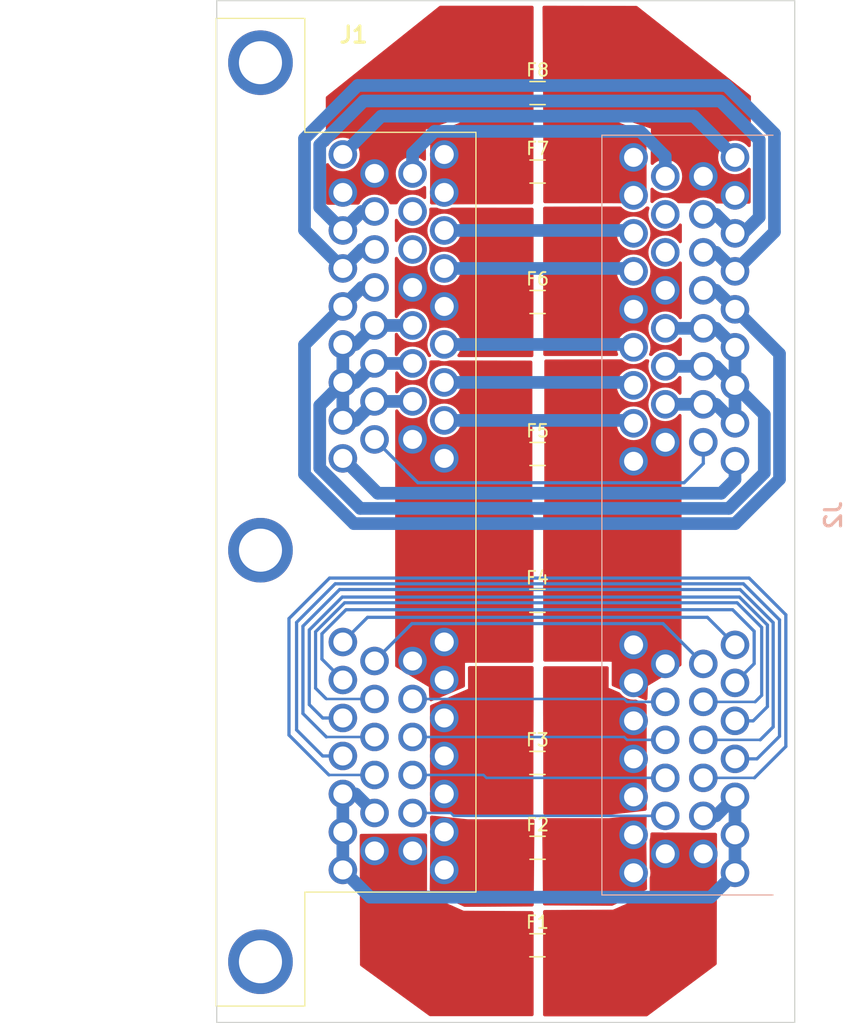
<source format=kicad_pcb>
(kicad_pcb (version 20211014) (generator pcbnew)
  (layers (0 "F.Cu" signal) (31 "B.Cu" signal) (34 "B.Paste" user) (35 "F.Paste" user) (36 "B.SilkS" user "B.Silkscreen") (37 "F.SilkS" user "F.Silkscreen") (38 "B.Mask" user) (39 "F.Mask" user) (44 "Edge.Cuts" user))
  (net 0 "")
  (net 1 "HP_MOS7")
  (net 2 "LP_MOS7")
  (net 4 "LP_MOS6")
  (net 6 "LP_MOS5")
  (net 7 "HP_MOS6")
  (net 8 "GND")
  (net 9 "LP_MOS4")
  (net 10 "LP_MOS3")
  (net 11 "LP_MOS2")
  (net 12 "HP_MOS5")
  (net 13 "LP_MOS8")
  (net 14 "HP_MOS8")
  (net 15 "+12VA")
  (net 16 "+3.3VP")
  (net 17 "+5VL")
  (net 18 "SAFETY_IN")
  (net 19 "LP_MOS1")
  (net 20 "HP_MOS4")
  (net 21 "CAN1_L")
  (net 22 "HP_MOS3")
  (net 23 "CAN1_H")
  (net 24 "CAN2_L")
  (net 25 "CAN2_H")
  (net 26 "HP_MOS2")
  (net 27 "HP_MOS1")
  (net 28 "ADC_IN1")
  (net 29 "ADC_IN2")
  (net 30 "ADC_IN3")
  (net 31 "ADC_IN4")
  (net 32 "CONN_AD_IN5")
  (net 33 "CONN_AD_IN6")
  (net 34 "CONN_AD_IN7")
  (net 35 "CONN_AD_IN8")
  (net 41 "HP_MOS1_B")
  (net 42 "HP_MOS2_B")
  (net 43 "HP_MOS3_B")
  (net 44 "HP_MOS4_B")
  (net 45 "HP_MOS5_B")
  (net 46 "HP_MOS6_B")
  (net 47 "HP_MOS7_B")
  (net 48 "HP_MOS8_B")
  (footprint "Fuse:Fuse_1206_3216Metric_Pad1.42x1.75mm_HandSolder" (layer "F.Cu") (at 176 147.5)
    (fp_text reference "F1" (at 0 -1.82) (layer "F.SilkS"))
    (fp_text value "Fuse_Small")
    (fp_line (start -0.602064 -0.91) (end 0.602064 -0.91) (layer "F.SilkS") (width 0.12))
    (fp_line (start -0.602064 0.91) (end 0.602064 0.91) (layer "F.SilkS") (width 0.12))
    (pad "1" smd roundrect (at -1.4875 0) (size 1.425 1.75) (layers "F.Cu" "F.Paste" "F.Mask") (roundrect_rratio 0.1754392982) (net 27 "HP_MOS1"))
    (pad "2" smd roundrect (at 1.4875 0) (size 1.425 1.75) (layers "F.Cu" "F.Paste" "F.Mask") (roundrect_rratio 0.1754392982) (net 41 "HP_MOS1_B"))
  )
  (footprint "Fuse:Fuse_1206_3216Metric_Pad1.42x1.75mm_HandSolder" (layer "F.Cu") (at 176.0125 96.7)
    (fp_text reference "F6" (at 0 -1.82) (layer "F.SilkS"))
    (fp_text value "Fuse_Small")
    (fp_line (start -0.602064 -0.91) (end 0.602064 -0.91) (layer "F.SilkS") (width 0.12))
    (fp_line (start -0.602064 0.91) (end 0.602064 0.91) (layer "F.SilkS") (width 0.12))
    (pad "1" smd roundrect (at -1.4875 0) (size 1.425 1.75) (layers "F.Cu" "F.Paste" "F.Mask") (roundrect_rratio 0.1754392982) (net 7 "HP_MOS6"))
    (pad "2" smd roundrect (at 1.4875 0) (size 1.425 1.75) (layers "F.Cu" "F.Paste" "F.Mask") (roundrect_rratio 0.1754392982) (net 46 "HP_MOS6_B"))
  )
  (footprint "PDM_Additional:64734271" (layer "F.Cu") (at 168.65 85.05 -90)
    (fp_text reference "J1" (at -9.45 7.15 180) (layer "F.SilkS") (effects (font (size 1.27 1.27) (thickness 0.254))))
    (fp_text value "6473427-1" hide)
    (fp_line (start -10.75 11) (end -1.75 11) (layer "F.SilkS") (width 0.1))
    (fp_line (start -10.75 18) (end -10.75 11) (layer "F.SilkS") (width 0.1))
    (fp_line (start 67.25 18) (end -10.75 18) (layer "F.SilkS") (width 0.1))
    (fp_line (start 67.25 11) (end 67.25 18) (layer "F.SilkS") (width 0.1))
    (fp_line (start -1.75 11) (end -1.75 -2.5) (layer "F.SilkS") (width 0.1))
    (fp_line (start -1.75 -2.5) (end 58.25 -2.5) (layer "F.SilkS") (width 0.1))
    (fp_line (start 58.25 -2.5) (end 58.25 11) (layer "F.SilkS") (width 0.1))
    (fp_line (start 58.25 11) (end 67.25 11) (layer "F.SilkS") (width 0.1))
    (pad "1" thru_hole circle (at 0 0 270) (size 2.25 2.25) (drill 1.5) (layers *.Cu *.Mask) (net 1 "HP_MOS7"))
    (pad "2" thru_hole circle (at 1.5 2.5 270) (size 2.25 2.25) (drill 1.5) (layers *.Cu *.Mask) (net 2 "LP_MOS7"))
    (pad "3" thru_hole circle (at 3 0 270) (size 2.25 2.25) (drill 1.5) (layers *.Cu *.Mask) (net 1 "HP_MOS7"))
    (pad "4" thru_hole circle (at 4.5 2.5 270) (size 2.25 2.25) (drill 1.5) (layers *.Cu *.Mask))
    (pad "5" thru_hole circle (at 6 0 270) (size 2.25 2.25) (drill 1.5) (layers *.Cu *.Mask) (net 4 "LP_MOS6"))
    (pad "6" thru_hole circle (at 7.5 2.5 270) (size 2.25 2.25) (drill 1.5) (layers *.Cu *.Mask))
    (pad "7" thru_hole circle (at 9 0 270) (size 2.25 2.25) (drill 1.5) (layers *.Cu *.Mask) (net 6 "LP_MOS5"))
    (pad "8" thru_hole circle (at 10.5 2.5 270) (size 2.25 2.25) (drill 1.5) (layers *.Cu *.Mask) (net 7 "HP_MOS6"))
    (pad "9" thru_hole circle (at 12 0 270) (size 2.25 2.25) (drill 1.5) (layers *.Cu *.Mask) (net 7 "HP_MOS6"))
    (pad "10" thru_hole circle (at 13.5 2.5 270) (size 2.25 2.25) (drill 1.5) (layers *.Cu *.Mask) (net 8 "GND"))
    (pad "11" thru_hole circle (at 15 0 270) (size 2.25 2.25) (drill 1.5) (layers *.Cu *.Mask) (net 9 "LP_MOS4"))
    (pad "12" thru_hole circle (at 16.5 2.5 270) (size 2.25 2.25) (drill 1.5) (layers *.Cu *.Mask) (net 8 "GND"))
    (pad "13" thru_hole circle (at 18 0 270) (size 2.25 2.25) (drill 1.5) (layers *.Cu *.Mask) (net 10 "LP_MOS3"))
    (pad "14" thru_hole circle (at 19.5 2.5 270) (size 2.25 2.25) (drill 1.5) (layers *.Cu *.Mask) (net 8 "GND"))
    (pad "15" thru_hole circle (at 21 0 270) (size 2.25 2.25) (drill 1.5) (layers *.Cu *.Mask) (net 11 "LP_MOS2"))
    (pad "16" thru_hole circle (at 22.5 2.5 270) (size 2.25 2.25) (drill 1.5) (layers *.Cu *.Mask) (net 12 "HP_MOS5"))
    (pad "17" thru_hole circle (at 24 0 270) (size 2.25 2.25) (drill 1.5) (layers *.Cu *.Mask) (net 12 "HP_MOS5"))
    (pad "18" thru_hole circle (at 0 8 270) (size 2.25 2.25) (drill 1.5) (layers *.Cu *.Mask) (net 13 "LP_MOS8"))
    (pad "19" thru_hole circle (at 1.5 5.5 270) (size 2.25 2.25) (drill 1.5) (layers *.Cu *.Mask) (net 14 "HP_MOS8"))
    (pad "20" thru_hole circle (at 3 8 270) (size 2.25 2.25) (drill 1.5) (layers *.Cu *.Mask) (net 14 "HP_MOS8"))
    (pad "21" thru_hole circle (at 4.5 5.5 270) (size 2.25 2.25) (drill 1.5) (layers *.Cu *.Mask) (net 15 "+12VA"))
    (pad "22" thru_hole circle (at 6 8 270) (size 2.25 2.25) (drill 1.5) (layers *.Cu *.Mask) (net 15 "+12VA"))
    (pad "23" thru_hole circle (at 7.5 5.5 270) (size 2.25 2.25) (drill 1.5) (layers *.Cu *.Mask) (net 16 "+3.3VP"))
    (pad "24" thru_hole circle (at 9 8 270) (size 2.25 2.25) (drill 1.5) (layers *.Cu *.Mask) (net 16 "+3.3VP"))
    (pad "25" thru_hole circle (at 10.5 5.5 270) (size 2.25 2.25) (drill 1.5) (layers *.Cu *.Mask) (net 17 "+5VL"))
    (pad "26" thru_hole circle (at 12 8 270) (size 2.25 2.25) (drill 1.5) (layers *.Cu *.Mask) (net 17 "+5VL"))
    (pad "27" thru_hole circle (at 13.5 5.5 270) (size 2.25 2.25) (drill 1.5) (layers *.Cu *.Mask) (net 8 "GND"))
    (pad "28" thru_hole circle (at 15 8 270) (size 2.25 2.25) (drill 1.5) (layers *.Cu *.Mask) (net 8 "GND"))
    (pad "29" thru_hole circle (at 16.5 5.5 270) (size 2.25 2.25) (drill 1.5) (layers *.Cu *.Mask) (net 8 "GND"))
    (pad "30" thru_hole circle (at 18 8 270) (size 2.25 2.25) (drill 1.5) (layers *.Cu *.Mask) (net 8 "GND"))
    (pad "31" thru_hole circle (at 19.5 5.5 270) (size 2.25 2.25) (drill 1.5) (layers *.Cu *.Mask) (net 8 "GND"))
    (pad "32" thru_hole circle (at 21 8 270) (size 2.25 2.25) (drill 1.5) (layers *.Cu *.Mask) (net 8 "GND"))
    (pad "33" thru_hole circle (at 22.5 5.5 270) (size 2.25 2.25) (drill 1.5) (layers *.Cu *.Mask) (net 18 "SAFETY_IN"))
    (pad "34" thru_hole circle (at 24 8 270) (size 2.25 2.25) (drill 1.5) (layers *.Cu *.Mask) (net 19 "LP_MOS1"))
    (pad "35" thru_hole circle (at 38.5 0 270) (size 2.25 2.25) (drill 1.5) (layers *.Cu *.Mask) (net 20 "HP_MOS4"))
    (pad "36" thru_hole circle (at 40 2.5 270) (size 2.25 2.25) (drill 1.5) (layers *.Cu *.Mask) (net 20 "HP_MOS4"))
    (pad "37" thru_hole circle (at 41.5 0 270) (size 2.25 2.25) (drill 1.5) (layers *.Cu *.Mask) (net 20 "HP_MOS4"))
    (pad "38" thru_hole circle (at 43 2.5 270) (size 2.25 2.25) (drill 1.5) (layers *.Cu *.Mask) (net 21 "CAN1_L"))
    (pad "39" thru_hole circle (at 44.5 0 270) (size 2.25 2.25) (drill 1.5) (layers *.Cu *.Mask) (net 22 "HP_MOS3"))
    (pad "40" thru_hole circle (at 46 2.5 270) (size 2.25 2.25) (drill 1.5) (layers *.Cu *.Mask) (net 23 "CAN1_H"))
    (pad "41" thru_hole circle (at 47.5 0 270) (size 2.25 2.25) (drill 1.5) (layers *.Cu *.Mask) (net 22 "HP_MOS3"))
    (pad "42" thru_hole circle (at 49 2.5 270) (size 2.25 2.25) (drill 1.5) (layers *.Cu *.Mask) (net 24 "CAN2_L"))
    (pad "43" thru_hole circle (at 50.5 0 270) (size 2.25 2.25) (drill 1.5) (layers *.Cu *.Mask) (net 22 "HP_MOS3"))
    (pad "44" thru_hole circle (at 52 2.5 270) (size 2.25 2.25) (drill 1.5) (layers *.Cu *.Mask) (net 25 "CAN2_H"))
    (pad "45" thru_hole circle (at 53.5 0 270) (size 2.25 2.25) (drill 1.5) (layers *.Cu *.Mask) (net 26 "HP_MOS2"))
    (pad "46" thru_hole circle (at 55 2.5 270) (size 2.25 2.25) (drill 1.5) (layers *.Cu *.Mask) (net 27 "HP_MOS1"))
    (pad "47" thru_hole circle (at 56.5 0 270) (size 2.25 2.25) (drill 1.5) (layers *.Cu *.Mask) (net 26 "HP_MOS2"))
    (pad "48" thru_hole circle (at 38.5 8 270) (size 2.25 2.25) (drill 1.5) (layers *.Cu *.Mask) (net 28 "ADC_IN1"))
    (pad "49" thru_hole circle (at 40 5.5 270) (size 2.25 2.25) (drill 1.5) (layers *.Cu *.Mask) (net 29 "ADC_IN2"))
    (pad "50" thru_hole circle (at 41.5 8 270) (size 2.25 2.25) (drill 1.5) (layers *.Cu *.Mask) (net 30 "ADC_IN3"))
    (pad "51" thru_hole circle (at 43 5.5 270) (size 2.25 2.25) (drill 1.5) (layers *.Cu *.Mask) (net 31 "ADC_IN4"))
    (pad "52" thru_hole circle (at 44.5 8 270) (size 2.25 2.25) (drill 1.5) (layers *.Cu *.Mask) (net 32 "CONN_AD_IN5"))
    (pad "53" thru_hole circle (at 46 5.5 270) (size 2.25 2.25) (drill 1.5) (layers *.Cu *.Mask) (net 33 "CONN_AD_IN6"))
    (pad "54" thru_hole circle (at 47.5 8 270) (size 2.25 2.25) (drill 1.5) (layers *.Cu *.Mask) (net 34 "CONN_AD_IN7"))
    (pad "55" thru_hole circle (at 49 5.5 270) (size 2.25 2.25) (drill 1.5) (layers *.Cu *.Mask) (net 35 "CONN_AD_IN8"))
    (pad "56" thru_hole circle (at 50.5 8 270) (size 2.25 2.25) (drill 1.5) (layers *.Cu *.Mask) (net 8 "GND"))
    (pad "57" thru_hole circle (at 52 5.5 270) (size 2.25 2.25) (drill 1.5) (layers *.Cu *.Mask) (net 8 "GND"))
    (pad "58" thru_hole circle (at 53.5 8 270) (size 2.25 2.25) (drill 1.5) (layers *.Cu *.Mask) (net 8 "GND"))
    (pad "59" thru_hole circle (at 55 5.5 270) (size 2.25 2.25) (drill 1.5) (layers *.Cu *.Mask) (net 27 "HP_MOS1"))
    (pad "60" thru_hole circle (at 56.5 8 270) (size 2.25 2.25) (drill 1.5) (layers *.Cu *.Mask) (net 8 "GND"))
    (pad "MH1" thru_hole circle (at -7.25 14.5 270) (size 5.1 5.1) (drill 3.4) (layers *.Cu *.Mask))
    (pad "MH2" thru_hole circle (at 31.25 14.5 270) (size 5.1 5.1) (drill 3.4) (layers *.Cu *.Mask))
    (pad "MH3" thru_hole circle (at 63.75 14.5 270) (size 5.1 5.1) (drill 3.4) (layers *.Cu *.Mask))
  )
  (footprint "Fuse:Fuse_1206_3216Metric_Pad1.42x1.75mm_HandSolder" (layer "F.Cu") (at 176.0125 80.2)
    (fp_text reference "F8" (at 0 -1.82) (layer "F.SilkS"))
    (fp_text value "Fuse_Small")
    (fp_line (start -0.602064 -0.91) (end 0.602064 -0.91) (layer "F.SilkS") (width 0.12))
    (fp_line (start -0.602064 0.91) (end 0.602064 0.91) (layer "F.SilkS") (width 0.12))
    (pad "1" smd roundrect (at -1.4875 0) (size 1.425 1.75) (layers "F.Cu" "F.Paste" "F.Mask") (roundrect_rratio 0.1754392982) (net 14 "HP_MOS8"))
    (pad "2" smd roundrect (at 1.4875 0) (size 1.425 1.75) (layers "F.Cu" "F.Paste" "F.Mask") (roundrect_rratio 0.1754392982) (net 48 "HP_MOS8_B"))
  )
  (footprint "Fuse:Fuse_1206_3216Metric_Pad1.42x1.75mm_HandSolder" (layer "F.Cu") (at 176.0125 139.8)
    (fp_text reference "F2" (at 0 -1.82) (layer "F.SilkS"))
    (fp_text value "Fuse_Small")
    (fp_line (start -0.602064 -0.91) (end 0.602064 -0.91) (layer "F.SilkS") (width 0.12))
    (fp_line (start -0.602064 0.91) (end 0.602064 0.91) (layer "F.SilkS") (width 0.12))
    (pad "1" smd roundrect (at -1.4875 0) (size 1.425 1.75) (layers "F.Cu" "F.Paste" "F.Mask") (roundrect_rratio 0.1754392982) (net 26 "HP_MOS2"))
    (pad "2" smd roundrect (at 1.4875 0) (size 1.425 1.75) (layers "F.Cu" "F.Paste" "F.Mask") (roundrect_rratio 0.1754392982) (net 42 "HP_MOS2_B"))
  )
  (footprint "Fuse:Fuse_1206_3216Metric_Pad1.42x1.75mm_HandSolder" (layer "F.Cu") (at 176 120.3)
    (fp_text reference "F4" (at 0 -1.82) (layer "F.SilkS"))
    (fp_text value "Fuse_Small")
    (fp_line (start -0.602064 -0.91) (end 0.602064 -0.91) (layer "F.SilkS") (width 0.12))
    (fp_line (start -0.602064 0.91) (end 0.602064 0.91) (layer "F.SilkS") (width 0.12))
    (pad "1" smd roundrect (at -1.4875 0) (size 1.425 1.75) (layers "F.Cu" "F.Paste" "F.Mask") (roundrect_rratio 0.1754392982) (net 20 "HP_MOS4"))
    (pad "2" smd roundrect (at 1.4875 0) (size 1.425 1.75) (layers "F.Cu" "F.Paste" "F.Mask") (roundrect_rratio 0.1754392982) (net 44 "HP_MOS4_B"))
  )
  (footprint "Fuse:Fuse_1206_3216Metric_Pad1.42x1.75mm_HandSolder" (layer "F.Cu") (at 176.0125 108.7)
    (fp_text reference "F5" (at 0 -1.82) (layer "F.SilkS"))
    (fp_text value "Fuse_Small")
    (fp_line (start -0.602064 0.91) (end 0.602064 0.91) (layer "F.SilkS") (width 0.12))
    (fp_line (start -0.602064 -0.91) (end 0.602064 -0.91) (layer "F.SilkS") (width 0.12))
    (pad "1" smd roundrect (at -1.4875 0) (size 1.425 1.75) (layers "F.Cu" "F.Paste" "F.Mask") (roundrect_rratio 0.1754392982) (net 12 "HP_MOS5"))
    (pad "2" smd roundrect (at 1.4875 0) (size 1.425 1.75) (layers "F.Cu" "F.Paste" "F.Mask") (roundrect_rratio 0.1754392982) (net 45 "HP_MOS5_B"))
  )
  (footprint "Fuse:Fuse_1206_3216Metric_Pad1.42x1.75mm_HandSolder" (layer "F.Cu") (at 176.0125 86.4)
    (fp_text reference "F7" (at 0 -1.82) (layer "F.SilkS"))
    (fp_text value "Fuse_Small")
    (fp_line (start -0.602064 0.91) (end 0.602064 0.91) (layer "F.SilkS") (width 0.12))
    (fp_line (start -0.602064 -0.91) (end 0.602064 -0.91) (layer "F.SilkS") (width 0.12))
    (pad "1" smd roundrect (at -1.4875 0) (size 1.425 1.75) (layers "F.Cu" "F.Paste" "F.Mask") (roundrect_rratio 0.1754392982) (net 1 "HP_MOS7"))
    (pad "2" smd roundrect (at 1.4875 0) (size 1.425 1.75) (layers "F.Cu" "F.Paste" "F.Mask") (roundrect_rratio 0.1754392982) (net 47 "HP_MOS7_B"))
  )
  (footprint "Fuse:Fuse_1206_3216Metric_Pad1.42x1.75mm_HandSolder" (layer "F.Cu") (at 176 133.1)
    (fp_text reference "F3" (at 0 -1.82) (layer "F.SilkS"))
    (fp_text value "Fuse_Small")
    (fp_line (start -0.602064 -0.91) (end 0.602064 -0.91) (layer "F.SilkS") (width 0.12))
    (fp_line (start -0.602064 0.91) (end 0.602064 0.91) (layer "F.SilkS") (width 0.12))
    (pad "1" smd roundrect (at -1.4875 0) (size 1.425 1.75) (layers "F.Cu" "F.Paste" "F.Mask") (roundrect_rratio 0.1754392982) (net 22 "HP_MOS3"))
    (pad "2" smd roundrect (at 1.4875 0) (size 1.425 1.75) (layers "F.Cu" "F.Paste" "F.Mask") (roundrect_rratio 0.1754392982) (net 43 "HP_MOS3_B"))
  )
  (footprint "PDM_Additional:64734271" (layer "B.Cu") (at 183.5873 85.278 -90)
    (fp_text reference "J2" (at 28.25 -15.75 90) (layer "B.SilkS") (effects (font (size 1.27 1.27) (thickness 0.254)) (justify mirror)))
    (fp_text value "6473427-1" hide)
    (fp_line (start 58.25 2.5) (end 58.25 -11) (layer "B.SilkS") (width 0.1))
    (fp_line (start -1.75 -11) (end -1.75 2.5) (layer "B.SilkS") (width 0.1))
    (fp_line (start -1.75 2.5) (end 58.25 2.5) (layer "B.SilkS") (width 0.1))
    (pad "1" thru_hole circle (at 0 0 270) (size 2.25 2.25) (drill 1.5) (layers *.Cu *.Mask) (net 47 "HP_MOS7_B"))
    (pad "2" thru_hole circle (at 1.5 -2.5 270) (size 2.25 2.25) (drill 1.5) (layers *.Cu *.Mask) (net 2 "LP_MOS7"))
    (pad "3" thru_hole circle (at 3 0 270) (size 2.25 2.25) (drill 1.5) (layers *.Cu *.Mask) (net 47 "HP_MOS7_B"))
    (pad "4" thru_hole circle (at 4.5 -2.5 270) (size 2.25 2.25) (drill 1.5) (layers *.Cu *.Mask))
    (pad "5" thru_hole circle (at 6 0 270) (size 2.25 2.25) (drill 1.5) (layers *.Cu *.Mask) (net 4 "LP_MOS6"))
    (pad "6" thru_hole circle (at 7.5 -2.5 270) (size 2.25 2.25) (drill 1.5) (layers *.Cu *.Mask))
    (pad "7" thru_hole circle (at 9 0 270) (size 2.25 2.25) (drill 1.5) (layers *.Cu *.Mask) (net 6 "LP_MOS5"))
    (pad "8" thru_hole circle (at 10.5 -2.5 270) (size 2.25 2.25) (drill 1.5) (layers *.Cu *.Mask) (net 46 "HP_MOS6_B"))
    (pad "9" thru_hole circle (at 12 0 270) (size 2.25 2.25) (drill 1.5) (layers *.Cu *.Mask) (net 46 "HP_MOS6_B"))
    (pad "10" thru_hole circle (at 13.5 -2.5 270) (size 2.25 2.25) (drill 1.5) (layers *.Cu *.Mask) (net 8 "GND"))
    (pad "11" thru_hole circle (at 15 0 270) (size 2.25 2.25) (drill 1.5) (layers *.Cu *.Mask) (net 9 "LP_MOS4"))
    (pad "12" thru_hole circle (at 16.5 -2.5 270) (size 2.25 2.25) (drill 1.5) (layers *.Cu *.Mask) (net 8 "GND"))
    (pad "13" thru_hole circle (at 18 0 270) (size 2.25 2.25) (drill 1.5) (layers *.Cu *.Mask) (net 10 "LP_MOS3"))
    (pad "14" thru_hole circle (at 19.5 -2.5 270) (size 2.25 2.25) (drill 1.5) (layers *.Cu *.Mask) (net 8 "GND"))
    (pad "15" thru_hole circle (at 21 0 270) (size 2.25 2.25) (drill 1.5) (layers *.Cu *.Mask) (net 11 "LP_MOS2"))
    (pad "16" thru_hole circle (at 22.5 -2.5 270) (size 2.25 2.25) (drill 1.5) (layers *.Cu *.Mask) (net 45 "HP_MOS5_B"))
    (pad "17" thru_hole circle (at 24 0 270) (size 2.25 2.25) (drill 1.5) (layers *.Cu *.Mask) (net 45 "HP_MOS5_B"))
    (pad "18" thru_hole circle (at 0 -8 270) (size 2.25 2.25) (drill 1.5) (layers *.Cu *.Mask) (net 13 "LP_MOS8"))
    (pad "19" thru_hole circle (at 1.5 -5.5 270) (size 2.25 2.25) (drill 1.5) (layers *.Cu *.Mask) (net 48 "HP_MOS8_B"))
    (pad "20" thru_hole circle (at 3 -8 270) (size 2.25 2.25) (drill 1.5) (layers *.Cu *.Mask) (net 48 "HP_MOS8_B"))
    (pad "21" thru_hole circle (at 4.5 -5.5 270) (size 2.25 2.25) (drill 1.5) (layers *.Cu *.Mask) (net 15 "+12VA"))
    (pad "22" thru_hole circle (at 6 -8 270) (size 2.25 2.25) (drill 1.5) (layers *.Cu *.Mask) (net 15 "+12VA"))
    (pad "23" thru_hole circle (at 7.5 -5.5 270) (size 2.25 2.25) (drill 1.5) (layers *.Cu *.Mask) (net 16 "+3.3VP"))
    (pad "24" thru_hole circle (at 9 -8 270) (size 2.25 2.25) (drill 1.5) (layers *.Cu *.Mask) (net 16 "+3.3VP"))
    (pad "25" thru_hole circle (at 10.5 -5.5 270) (size 2.25 2.25) (drill 1.5) (layers *.Cu *.Mask) (net 17 "+5VL"))
    (pad "26" thru_hole circle (at 12 -8 270) (size 2.25 2.25) (drill 1.5) (layers *.Cu *.Mask) (net 17 "+5VL"))
    (pad "27" thru_hole circle (at 13.5 -5.5 270) (size 2.25 2.25) (drill 1.5) (layers *.Cu *.Mask) (net 8 "GND"))
    (pad "28" thru_hole circle (at 15 -8 270) (size 2.25 2.25) (drill 1.5) (layers *.Cu *.Mask) (net 8 "GND"))
    (pad "29" thru_hole circle (at 16.5 -5.5 270) (size 2.25 2.25) (drill 1.5) (layers *.Cu *.Mask) (net 8 "GND"))
    (pad "30" thru_hole circle (at 18 -8 270) (size 2.25 2.25) (drill 1.5) (layers *.Cu *.Mask) (net 8 "GND"))
    (pad "31" thru_hole circle (at 19.5 -5.5 270) (size 2.25 2.25) (drill 1.5) (layers *.Cu *.Mask) (net 8 "GND"))
    (pad "32" thru_hole circle (at 21 -8 270) (size 2.25 2.25) (drill 1.5) (layers *.Cu *.Mask) (net 8 "GND"))
    (pad "33" thru_hole circle (at 22.5 -5.5 270) (size 2.25 2.25) (drill 1.5) (layers *.Cu *.Mask) (net 18 "SAFETY_IN"))
    (pad "34" thru_hole circle (at 24 -8 270) (size 2.25 2.25) (drill 1.5) (layers *.Cu *.Mask) (net 19 "LP_MOS1"))
    (pad "35" thru_hole circle (at 38.5 0 270) (size 2.25 2.25) (drill 1.5) (layers *.Cu *.Mask) (net 44 "HP_MOS4_B"))
    (pad "36" thru_hole circle (at 40 -2.5 270) (size 2.25 2.25) (drill 1.5) (layers *.Cu *.Mask) (net 44 "HP_MOS4_B"))
    (pad "37" thru_hole circle (at 41.5 0 270) (size 2.25 2.25) (drill 1.5) (layers *.Cu *.Mask) (net 44 "HP_MOS4_B"))
    (pad "38" thru_hole circle (at 43 -2.5 270) (size 2.25 2.25) (drill 1.5) (layers *.Cu *.Mask) (net 21 "CAN1_L"))
    (pad "39" thru_hole circle (at 44.5 0 270) (size 2.25 2.25) (drill 1.5) (layers *.Cu *.Mask) (net 43 "HP_MOS3_B"))
    (pad "40" thru_hole circle (at 46 -2.5 270) (size 2.25 2.25) (drill 1.5) (layers *.Cu *.Mask) (net 23 "CAN1_H"))
    (pad "41" thru_hole circle (at 47.5 0 270) (size 2.25 2.25) (drill 1.5) (layers *.Cu *.Mask) (net 43 "HP_MOS3_B"))
    (pad "42" thru_hole circle (at 49 -2.5 270) (size 2.25 2.25) (drill 1.5) (layers *.Cu *.Mask) (net 24 "CAN2_L"))
    (pad "43" thru_hole circle (at 50.5 0 270) (size 2.25 2.25) (drill 1.5) (layers *.Cu *.Mask) (net 43 "HP_MOS3_B"))
    (pad "44" thru_hole circle (at 52 -2.5 270) (size 2.25 2.25) (drill 1.5) (layers *.Cu *.Mask) (net 25 "CAN2_H"))
    (pad "45" thru_hole circle (at 53.5 0 270) (size 2.25 2.25) (drill 1.5) (layers *.Cu *.Mask) (net 42 "HP_MOS2_B"))
    (pad "46" thru_hole circle (at 55 -2.5 270) (size 2.25 2.25) (drill 1.5) (layers *.Cu *.Mask) (net 41 "HP_MOS1_B"))
    (pad "47" thru_hole circle (at 56.5 0 270) (size 2.25 2.25) (drill 1.5) (layers *.Cu *.Mask) (net 42 "HP_MOS2_B"))
    (pad "48" thru_hole circle (at 38.5 -8 270) (size 2.25 2.25) (drill 1.5) (layers *.Cu *.Mask) (net 28 "ADC_IN1"))
    (pad "49" thru_hole circle (at 40 -5.5 270) (size 2.25 2.25) (drill 1.5) (layers *.Cu *.Mask) (net 29 "ADC_IN2"))
    (pad "50" thru_hole circle (at 41.5 -8 270) (size 2.25 2.25) (drill 1.5) (layers *.Cu *.Mask) (net 30 "ADC_IN3"))
    (pad "51" thru_hole circle (at 43 -5.5 270) (size 2.25 2.25) (drill 1.5) (layers *.Cu *.Mask) (net 31 "ADC_IN4"))
    (pad "52" thru_hole circle (at 44.5 -8 270) (size 2.25 2.25) (drill 1.5) (layers *.Cu *.Mask) (net 32 "CONN_AD_IN5"))
    (pad "53" thru_hole circle (at 46 -5.5 270) (size 2.25 2.25) (drill 1.5) (layers *.Cu *.Mask) (net 33 "CONN_AD_IN6"))
    (pad "54" thru_hole circle (at 47.5 -8 270) (size 2.25 2.25) (drill 1.5) (layers *.Cu *.Mask) (net 34 "CONN_AD_IN7"))
    (pad "55" thru_hole circle (at 49 -5.5 270) (size 2.25 2.25) (drill 1.5) (layers *.Cu *.Mask) (net 35 "CONN_AD_IN8"))
    (pad "56" thru_hole circle (at 50.5 -8 270) (size 2.25 2.25) (drill 1.5) (layers *.Cu *.Mask) (net 8 "GND"))
    (pad "57" thru_hole circle (at 52 -5.5 270) (size 2.25 2.25) (drill 1.5) (layers *.Cu *.Mask) (net 8 "GND"))
    (pad "58" thru_hole circle (at 53.5 -8 270) (size 2.25 2.25) (drill 1.5) (layers *.Cu *.Mask) (net 8 "GND"))
    (pad "59" thru_hole circle (at 55 -5.5 270) (size 2.25 2.25) (drill 1.5) (layers *.Cu *.Mask) (net 41 "HP_MOS1_B"))
    (pad "60" thru_hole circle (at 56.5 -8 270) (size 2.25 2.25) (drill 1.5) (layers *.Cu *.Mask) (net 8 "GND"))
  )
  (gr_rect (start 150.7 72.9) (end 196.3 153.6) (layer "Edge.Cuts") (width 0.1) (fill none))
  (segment (start 186.0873 85.19706) (end 186.0873 86.778) (width 1) (layer "B.Cu") (net 2))
  (segment (start 184.11524 83.225) (end 186.0873 85.19706) (width 1) (layer "B.Cu") (net 2))
  (segment (start 166.15 86.55) (end 166.15 84.95901) (width 1) (layer "B.Cu") (net 2))
  (segment (start 166.15 84.95901) (end 167.88401 83.225) (width 1) (layer "B.Cu") (net 2))
  (segment (start 167.88401 83.225) (end 184.11524 83.225) (width 1) (layer "B.Cu") (net 2))
  (segment (start 183.3593 91.05) (end 183.5873 91.278) (width 1) (layer "B.Cu") (net 4))
  (segment (start 168.65 91.05) (end 183.3593 91.05) (width 1) (layer "B.Cu") (net 4))
  (segment (start 183.3593 94.05) (end 183.5873 94.278) (width 1) (layer "B.Cu") (net 6))
  (segment (start 168.65 94.05) (end 183.3593 94.05) (width 1) (layer "B.Cu") (net 6))
  (segment (start 161.65 100.05) (end 163.15 98.55) (width 1) (layer "B.Cu") (net 8))
  (segment (start 161.65 135.55) (end 163.15 137.05) (width 1) (layer "B.Cu") (net 8))
  (segment (start 160.65 100.05) (end 161.65 100.05) (width 1) (layer "B.Cu") (net 8))
  (segment (start 186.0873 98.778) (end 190.0873 98.778) (width 1) (layer "B.Cu") (net 8))
  (segment (start 191.1 113) (end 193.9 110.2) (width 1) (layer "B.Cu") (net 8))
  (segment (start 160.65 100.05) (end 160.65 106.05) (width 1) (layer "B.Cu") (net 8))
  (segment (start 163.15 104.55) (end 166.15 104.55) (width 1) (layer "B.Cu") (net 8))
  (segment (start 193.9 105.5907) (end 191.5873 103.278) (width 1) (layer "B.Cu") (net 8))
  (segment (start 158.825 104.875) (end 158.825 109.80594) (width 1) (layer "B.Cu") (net 8))
  (segment (start 191.5873 100.278) (end 191.5873 106.278) (width 1) (layer "B.Cu") (net 8))
  (segment (start 160.65 103.05) (end 161.65 103.05) (width 1) (layer "B.Cu") (net 8))
  (segment (start 160.65 135.55) (end 161.65 135.55) (width 1) (layer "B.Cu") (net 8))
  (segment (start 163.15 98.55) (end 166.15 98.55) (width 1) (layer "B.Cu") (net 8))
  (segment (start 191.5873 135.778) (end 191.5873 141.778) (width 1) (layer "B.Cu") (net 8))
  (segment (start 193.9 110.2) (end 193.9 105.5907) (width 1) (layer "B.Cu") (net 8))
  (segment (start 160.65 138.55) (end 160.65 141.55) (width 1) (layer "B.Cu") (net 8))
  (segment (start 189.0873 137.278) (end 190.0873 137.278) (width 1) (layer "B.Cu") (net 8))
  (segment (start 190.0873 137.278) (end 191.5873 135.778) (width 1) (layer "B.Cu") (net 8))
  (segment (start 162.8 143.7) (end 189.6653 143.7) (width 1) (layer "B.Cu") (net 8))
  (segment (start 189.6653 143.7) (end 191.5873 141.778) (width 1) (layer "B.Cu") (net 8))
  (segment (start 186.0873 101.778) (end 190.0873 101.778) (width 1) (layer "B.Cu") (net 8))
  (segment (start 160.65 106.05) (end 161.65 106.05) (width 1) (layer "B.Cu") (net 8))
  (segment (start 190.0873 104.778) (end 191.5873 106.278) (width 1) (layer "B.Cu") (net 8))
  (segment (start 160.65 141.55) (end 162.8 143.7) (width 1) (layer "B.Cu") (net 8))
  (segment (start 158.825 109.80594) (end 162.01906 113) (width 1) (layer "B.Cu") (net 8))
  (segment (start 186.0873 104.778) (end 190.0873 104.778) (width 1) (layer "B.Cu") (net 8))
  (segment (start 163.15 101.55) (end 166.15 101.55) (width 1) (layer "B.Cu") (net 8))
  (segment (start 161.65 103.05) (end 163.15 101.55) (width 1) (layer "B.Cu") (net 8))
  (segment (start 190.0873 101.778) (end 191.5873 103.278) (width 1) (layer "B.Cu") (net 8))
  (segment (start 161.65 106.05) (end 163.15 104.55) (width 1) (layer "B.Cu") (net 8))
  (segment (start 160.65 103.05) (end 158.825 104.875) (width 1) (layer "B.Cu") (net 8))
  (segment (start 190.0873 98.778) (end 191.5873 100.278) (width 1) (layer "B.Cu") (net 8))
  (segment (start 160.65 135.55) (end 160.65 138.55) (width 1) (layer "B.Cu") (net 8))
  (segment (start 162.01906 113) (end 191.1 113) (width 1) (layer "B.Cu") (net 8))
  (segment (start 183.3593 100.05) (end 183.5873 100.278) (width 1) (layer "B.Cu") (net 9))
  (segment (start 168.65 100.05) (end 183.3593 100.05) (width 1) (layer "B.Cu") (net 9))
  (segment (start 168.65 103.05) (end 183.3593 103.05) (width 1) (layer "B.Cu") (net 10))
  (segment (start 183.3593 103.05) (end 183.5873 103.278) (width 1) (layer "B.Cu") (net 10))
  (segment (start 183.3593 106.05) (end 183.5873 106.278) (width 1) (layer "B.Cu") (net 11))
  (segment (start 168.65 106.05) (end 183.3593 106.05) (width 1) (layer "B.Cu") (net 11))
  (segment (start 188.3343 82.025) (end 163.675 82.025) (width 1) (layer "B.Cu") (net 13))
  (segment (start 163.675 82.025) (end 160.65 85.05) (width 1) (layer "B.Cu") (net 13))
  (segment (start 191.5873 85.278) (end 188.3343 82.025) (width 1) (layer "B.Cu") (net 13))
  (segment (start 158.825 84.29406) (end 162.29406 80.825) (width 1) (layer "B.Cu") (net 15))
  (segment (start 162.29406 80.825) (end 190.425 80.825) (width 1) (layer "B.Cu") (net 15))
  (segment (start 193.5 83.9) (end 193.5 90) (width 1) (layer "B.Cu") (net 15))
  (segment (start 189.0873 89.778) (end 190.0873 89.778) (width 1) (layer "B.Cu") (net 15))
  (segment (start 193.5 90) (end 192.222 91.278) (width 1) (layer "B.Cu") (net 15))
  (segment (start 190.0873 89.778) (end 191.5873 91.278) (width 1) (layer "B.Cu") (net 15))
  (segment (start 190.425 80.825) (end 193.5 83.9) (width 1) (layer "B.Cu") (net 15))
  (segment (start 162.15 89.55) (end 160.65 91.05) (width 1) (layer "B.Cu") (net 15))
  (segment (start 163.15 89.55) (end 162.15 89.55) (width 1) (layer "B.Cu") (net 15))
  (segment (start 192.222 91.278) (end 191.5873 91.278) (width 1) (layer "B.Cu") (net 15))
  (segment (start 160.65 91.05) (end 158.825 89.225) (width 1) (layer "B.Cu") (net 15))
  (segment (start 158.825 89.225) (end 158.825 84.29406) (width 1) (layer "B.Cu") (net 15))
  (segment (start 194.7 83.402944) (end 194.7 91.1653) (width 1) (layer "B.Cu") (net 16))
  (segment (start 157.625 83.797004) (end 161.822004 79.6) (width 1) (layer "B.Cu") (net 16))
  (segment (start 163.15 92.55) (end 162.15 92.55) (width 1) (layer "B.Cu") (net 16))
  (segment (start 194.7 91.1653) (end 191.5873 94.278) (width 1) (layer "B.Cu") (net 16))
  (segment (start 161.822004 79.6) (end 190.897056 79.6) (width 1) (layer "B.Cu") (net 16))
  (segment (start 189.0873 92.778) (end 190.0873 92.778) (width 1) (layer "B.Cu") (net 16))
  (segment (start 160.65 94.05) (end 157.625 91.025) (width 1) (layer "B.Cu") (net 16))
  (segment (start 162.15 92.55) (end 160.65 94.05) (width 1) (layer "B.Cu") (net 16))
  (segment (start 157.625 91.025) (end 157.625 83.797004) (width 1) (layer "B.Cu") (net 16))
  (segment (start 190.0873 92.778) (end 191.5873 94.278) (width 1) (layer "B.Cu") (net 16))
  (segment (start 190.897056 79.6) (end 194.7 83.402944) (width 1) (layer "B.Cu") (net 16))
  (segment (start 195.1 110.697056) (end 195.1 100.7907) (width 1) (layer "B.Cu") (net 17))
  (segment (start 160.65 97.05) (end 157.625 100.075) (width 1) (layer "B.Cu") (net 17))
  (segment (start 157.625 100.075) (end 157.625 110.302996) (width 1) (layer "B.Cu") (net 17))
  (segment (start 189.0873 95.778) (end 190.0873 95.778) (width 1) (layer "B.Cu") (net 17))
  (segment (start 162.15 95.55) (end 160.65 97.05) (width 1) (layer "B.Cu") (net 17))
  (segment (start 157.625 110.302996) (end 161.522004 114.2) (width 1) (layer "B.Cu") (net 17))
  (segment (start 191.597056 114.2) (end 195.1 110.697056) (width 1) (layer "B.Cu") (net 17))
  (segment (start 195.1 100.7907) (end 191.5873 97.278) (width 1) (layer "B.Cu") (net 17))
  (segment (start 190.0873 95.778) (end 191.5873 97.278) (width 1) (layer "B.Cu") (net 17))
  (segment (start 161.522004 114.2) (end 191.597056 114.2) (width 1) (layer "B.Cu") (net 17))
  (segment (start 163.15 95.55) (end 162.15 95.55) (width 1) (layer "B.Cu") (net 17))
  (segment (start 166.573 110.973) (end 187.573 110.973) (width 0.254) (layer "B.Cu") (net 18))
  (segment (start 187.573 110.973) (end 189.0873 109.4587) (width 0.254) (layer "B.Cu") (net 18))
  (segment (start 189.0873 109.4587) (end 189.0873 107.778) (width 0.254) (layer "B.Cu") (net 18))
  (segment (start 163.15 107.55) (end 166.573 110.973) (width 0.254) (layer "B.Cu") (net 18))
  (segment (start 191.5873 110.7127) (end 191.5873 109.278) (width 1) (layer "B.Cu") (net 19))
  (segment (start 190.5 111.8) (end 191.5873 110.7127) (width 1) (layer "B.Cu") (net 19))
  (segment (start 163.4 111.8) (end 190.5 111.8) (width 1) (layer "B.Cu") (net 19))
  (segment (start 160.65 109.05) (end 163.4 111.8) (width 1) (layer "B.Cu") (net 19))
  (segment (start 182.844045 128.05) (end 183.072045 128.278) (width 0.2) (layer "B.Cu") (net 21))
  (segment (start 183.072045 128.278) (end 186.0873 128.278) (width 0.2) (layer "B.Cu") (net 21))
  (segment (start 166.15 128.05) (end 182.844045 128.05) (width 0.2) (layer "B.Cu") (net 21))
  (segment (start 182.844045 131.05) (end 183.072045 131.278) (width 0.2) (layer "B.Cu") (net 23))
  (segment (start 183.072045 131.278) (end 186.0873 131.278) (width 0.2) (layer "B.Cu") (net 23))
  (segment (start 166.15 131.05) (end 182.844045 131.05) (width 0.2) (layer "B.Cu") (net 23))
  (segment (start 171.978 134.278) (end 186.0873 134.278) (width 0.2) (layer "B.Cu") (net 24))
  (segment (start 171.75 134.05) (end 171.978 134.278) (width 0.2) (layer "B.Cu") (net 24))
  (segment (start 166.15 134.05) (end 171.75 134.05) (width 0.2) (layer "B.Cu") (net 24))
  (segment (start 186.0873 137.278) (end 169.393255 137.278) (width 0.2) (layer "B.Cu") (net 25))
  (segment (start 169.393255 137.278) (end 169.165255 137.05) (width 0.2) (layer "B.Cu") (net 25))
  (segment (start 169.165255 137.05) (end 166.15 137.05) (width 0.2) (layer "B.Cu") (net 25))
  (segment (start 160.65 123.55) (end 162.6 121.6) (width 0.254) (layer "B.Cu") (net 28))
  (segment (start 162.6 121.6) (end 189.4093 121.6) (width 0.254) (layer "B.Cu") (net 28))
  (segment (start 189.4093 121.6) (end 191.5873 123.778) (width 0.254) (layer "B.Cu") (net 28))
  (segment (start 163.15 125.05) (end 166.102 122.098) (width 0.254) (layer "B.Cu") (net 29))
  (segment (start 166.102 122.098) (end 185.9073 122.098) (width 0.254) (layer "B.Cu") (net 29))
  (segment (start 185.9073 122.098) (end 189.0873 125.278) (width 0.254) (layer "B.Cu") (net 29))
  (segment (start 159 122.9) (end 159 124.9) (width 0.254) (layer "B.Cu") (net 30))
  (segment (start 191.5873 126.778) (end 193.1 125.2653) (width 0.254) (layer "B.Cu") (net 30))
  (segment (start 160.9 121) (end 159 122.9) (width 0.254) (layer "B.Cu") (net 30))
  (segment (start 193.1 125.2653) (end 193.1 122.7) (width 0.254) (layer "B.Cu") (net 30))
  (segment (start 193.1 122.7) (end 191.4 121) (width 0.254) (layer "B.Cu") (net 30))
  (segment (start 159 124.9) (end 160.65 126.55) (width 0.254) (layer "B.Cu") (net 30))
  (segment (start 191.4 121) (end 160.9 121) (width 0.254) (layer "B.Cu") (net 30))
  (segment (start 159.35 128.05) (end 159.3 128) (width 0.2) (layer "B.Cu") (net 31))
  (segment (start 158.5 122.739224) (end 158.5 127.2) (width 0.25) (layer "B.Cu") (net 31))
  (segment (start 193.178 128.278) (end 193.694 127.762) (width 0.25) (layer "B.Cu") (net 31))
  (segment (start 193.694 122.394) (end 191.752 120.452) (width 0.25) (layer "B.Cu") (net 31))
  (segment (start 193.694 127.762) (end 193.694 122.394) (width 0.25) (layer "B.Cu") (net 31))
  (segment (start 191.752 120.452) (end 160.787224 120.452) (width 0.25) (layer "B.Cu") (net 31))
  (segment (start 158.5 127.2) (end 159.3 128) (width 0.25) (layer "B.Cu") (net 31))
  (segment (start 163.15 128.05) (end 159.35 128.05) (width 0.2) (layer "B.Cu") (net 31))
  (segment (start 160.787224 120.452) (end 158.5 122.739224) (width 0.25) (layer "B.Cu") (net 31))
  (segment (start 189.0873 128.278) (end 193.178 128.278) (width 0.2) (layer "B.Cu") (net 31))
  (segment (start 158 122.6) (end 160.6 120) (width 0.254) (layer "B.Cu") (net 32))
  (segment (start 191.939224 120) (end 194.146 122.206776) (width 0.254) (layer "B.Cu") (net 32))
  (segment (start 194.146 128.654) (end 193.022 129.778) (width 0.254) (layer "B.Cu") (net 32))
  (segment (start 194.146 122.206776) (end 194.146 128.654) (width 0.254) (layer "B.Cu") (net 32))
  (segment (start 160.6 120) (end 191.939224 120) (width 0.254) (layer "B.Cu") (net 32))
  (segment (start 159.05901 129.55) (end 158 128.49099) (width 0.254) (layer "B.Cu") (net 32))
  (segment (start 193.022 129.778) (end 191.5873 129.778) (width 0.254) (layer "B.Cu") (net 32))
  (segment (start 158 128.49099) (end 158 122.6) (width 0.254) (layer "B.Cu") (net 32))
  (segment (start 160.65 129.55) (end 159.05901 129.55) (width 0.254) (layer "B.Cu") (net 32))
  (segment (start 191.989276 119.408) (end 194.6 122.018724) (width 0.254) (layer "B.Cu") (net 33))
  (segment (start 194.6 122.018724) (end 194.6 130.256) (width 0.254) (layer "B.Cu") (net 33))
  (segment (start 194.6 130.256) (end 193.578 131.278) (width 0.254) (layer "B.Cu") (net 33))
  (segment (start 160.392 119.408) (end 191.989276 119.408) (width 0.254) (layer "B.Cu") (net 33))
  (segment (start 159.35 131.05) (end 157.5 129.2) (width 0.254) (layer "B.Cu") (net 33))
  (segment (start 157.5 129.2) (end 157.5 122.3) (width 0.254) (layer "B.Cu") (net 33))
  (segment (start 189.0873 131.278) (end 193.578 131.278) (width 0.2) (layer "B.Cu") (net 33))
  (segment (start 157.5 122.3) (end 160.392 119.408) (width 0.254) (layer "B.Cu") (net 33))
  (segment (start 163.15 131.05) (end 159.35 131.05) (width 0.2) (layer "B.Cu") (net 33))
  (segment (start 160.046 118.954) (end 192.254 118.954) (width 0.254) (layer "B.Cu") (net 34))
  (segment (start 157 122) (end 160.046 118.954) (width 0.254) (layer "B.Cu") (net 34))
  (segment (start 192.254 118.954) (end 195.1 121.8) (width 0.254) (layer "B.Cu") (net 34))
  (segment (start 157 130.49099) (end 157 122) (width 0.254) (layer "B.Cu") (net 34))
  (segment (start 193.322 132.778) (end 191.5873 132.778) (width 0.254) (layer "B.Cu") (net 34))
  (segment (start 195.1 121.8) (end 195.1 131) (width 0.254) (layer "B.Cu") (net 34))
  (segment (start 160.65 132.55) (end 159.05901 132.55) (width 0.254) (layer "B.Cu") (net 34))
  (segment (start 195.1 131) (end 193.322 132.778) (width 0.254) (layer "B.Cu") (net 34))
  (segment (start 159.05901 132.55) (end 157 130.49099) (width 0.254) (layer "B.Cu") (net 34))
  (segment (start 159.6 118.5) (end 192.7 118.5) (width 0.254) (layer "B.Cu") (net 35))
  (segment (start 189.0873 134.278) (end 193.122 134.278) (width 0.2) (layer "B.Cu") (net 35))
  (segment (start 156.4 121.7) (end 159.6 118.5) (width 0.254) (layer "B.Cu") (net 35))
  (segment (start 159.55 134.05) (end 156.4 130.9) (width 0.254) (layer "B.Cu") (net 35))
  (segment (start 156.4 130.9) (end 156.4 121.7) (width 0.254) (layer "B.Cu") (net 35))
  (segment (start 195.6 131.8) (end 193.122 134.278) (width 0.254) (layer "B.Cu") (net 35))
  (segment (start 195.6 121.4) (end 195.6 131.8) (width 0.254) (layer "B.Cu") (net 35))
  (segment (start 163.15 134.05) (end 159.55 134.05) (width 0.2) (layer "B.Cu") (net 35))
  (segment (start 192.7 118.5) (end 195.6 121.4) (width 0.254) (layer "B.Cu") (net 35))
  (zone (net 1) (net_name "HP_MOS7") (layers "F.Cu" "In1.Cu") (priority 1) (connect_pads yes (clearance 0)) (min_thickness 0.254) (fill yes (thermal_gap 0.508) (thermal_bridge_width 0.508))
    (polygon (pts (xy 175.7 82.3) (xy 175.6848 83.2704) (xy 175.6848 88.9854) (xy 170.5192 88.9854) (xy 167.530624 88.999922) (xy 167.540624 83.5) (xy 170.509386 82.271264)))
  )
  (zone (net 26) (net_name "HP_MOS2") (layers "F.Cu" "In1.Cu") (priority 1) (connect_pads yes (clearance 0)) (min_thickness 0.254) (fill yes (thermal_gap 0.508) (thermal_bridge_width 0.508))
    (polygon (pts (xy 175.769473 137.544221) (xy 175.707748 144.436574) (xy 170.241559 144.465888) (xy 167.499226 143.187638) (xy 167.549226 139.437638) (xy 167.5264 137.24) (xy 170.5164 137.549843)))
  )
  (zone (net 43) (net_name "HP_MOS3_B") (layers "F.Cu" "In1.Cu") (priority 1) (connect_pads yes (clearance 0)) (min_thickness 0.254) (fill yes (thermal_gap 0.508) (thermal_bridge_width 0.508))
    (polygon (pts (xy 176.446152 125.464945) (xy 176.446152 128.438545) (xy 176.461352 131.476145) (xy 176.461352 137.200345) (xy 175.911952 137.200345) (xy 178.769452 137.200345) (xy 180.198202 137.200345) (xy 181.626952 137.200345) (xy 184.619752 136.864945) (xy 184.619752 128.464945) (xy 181.619752 127.164945) (xy 181.626952 125.464945)))
  )
  (zone (net 46) (net_name "HP_MOS6_B") (layers "F.Cu" "In1.Cu") (priority 1) (connect_pads yes (clearance 0)) (min_thickness 0.254) (fill yes (thermal_gap 0.508) (thermal_bridge_width 0.508))
    (polygon (pts (xy 176.447958 89.166232) (xy 176.463158 100.966632) (xy 187.396952 100.965345) (xy 187.396952 89.154345)))
  )
  (zone (net 22) (net_name "HP_MOS3") (layers "F.Cu" "In1.Cu") (priority 1) (connect_pads yes (clearance 0)) (min_thickness 0.254) (fill yes (thermal_gap 0.508) (thermal_bridge_width 0.508))
    (polygon (pts (xy 175.7 125.45) (xy 175.7 128.5236) (xy 175.6848 131.5612) (xy 175.6848 137.2854) (xy 176.2342 137.2854) (xy 173.3767 137.2854) (xy 171.94795 137.2854) (xy 170.5192 137.2854) (xy 167.5264 136.95) (xy 167.5264 128.55) (xy 170.5264 127.25) (xy 170.5192 125.45)))
  )
  (zone (net 45) (net_name "HP_MOS5_B") (layers "F.Cu" "In1.Cu") (priority 1) (connect_pads yes (clearance 0)) (min_thickness 0.254) (fill yes (thermal_gap 0.508) (thermal_bridge_width 0.508))
    (polygon (pts (xy 176.543504 101.240267) (xy 176.544904 113.015267) (xy 187.366952 113.030345) (xy 187.366952 101.219345)))
  )
  (zone (net 7) (net_name "HP_MOS6") (layers "F.Cu" "In1.Cu") (priority 1) (connect_pads yes (clearance 0)) (min_thickness 0.254) (fill yes (thermal_gap 0.508) (thermal_bridge_width 0.508))
    (polygon (pts (xy 175.698194 89.251287) (xy 175.682994 101.051687) (xy 164.7492 101.0504) (xy 164.7492 89.2394)))
  )
  (zone (net 12) (net_name "HP_MOS5") (layers "F.Cu" "In1.Cu") (priority 1) (connect_pads yes (clearance 0)) (min_thickness 0.254) (fill yes (thermal_gap 0.508) (thermal_bridge_width 0.508))
    (polygon (pts (xy 175.602648 101.325322) (xy 175.601248 113.100322) (xy 164.7792 113.1154) (xy 164.7792 101.3044)))
  )
  (zone (net 27) (net_name "HP_MOS1") (layers "F.Cu" "In1.Cu") (priority 1) (connect_pads yes (clearance 0)) (min_thickness 0.254) (fill yes (thermal_gap 0.508) (thermal_bridge_width 0.508))
    (polygon (pts (xy 175.7 144.8) (xy 175.7 153.1) (xy 167.5 153.1) (xy 162 149.1) (xy 161.9764 138.7) (xy 167.2964 138.67) (xy 167.290794 143.5) (xy 170.176397 144.770019)))
  )
  (zone (net 44) (net_name "HP_MOS4_B") (layers "F.Cu" "In1.Cu") (priority 1) (connect_pads yes (clearance 0)) (min_thickness 0.254) (fill yes (thermal_gap 0.508) (thermal_bridge_width 0.508))
    (polygon (pts (xy 176.450104 113.4146) (xy 176.458104 125.1) (xy 181.619752 125.100345) (xy 181.859752 125.114945) (xy 181.859752 127.014945) (xy 184.669752 128.214945) (xy 184.719752 127.014945) (xy 187.369752 125.414945) (xy 187.369752 113.314945) (xy 181.619752 113.280145)))
  )
  (zone (net 42) (net_name "HP_MOS2_B") (layers "F.Cu" "In1.Cu") (priority 1) (connect_pads yes (clearance 0)) (min_thickness 0.254) (fill yes (thermal_gap 0.508) (thermal_bridge_width 0.508))
    (polygon (pts (xy 176.376679 137.459166) (xy 176.438404 144.351519) (xy 181.904593 144.380833) (xy 184.646926 143.102583) (xy 184.596926 139.352583) (xy 184.619752 137.154945) (xy 181.629752 137.464788)))
  )
  (zone (net 20) (net_name "HP_MOS4") (layers "F.Cu" "In1.Cu") (priority 1) (connect_pads yes (clearance 0)) (min_thickness 0.254) (fill yes (thermal_gap 0.508) (thermal_bridge_width 0.508))
    (polygon (pts (xy 175.696048 113.499655) (xy 175.688048 125.185055) (xy 170.5264 125.1854) (xy 170.2864 125.2) (xy 170.2864 127.1) (xy 167.4764 128.3) (xy 167.4264 127.1) (xy 164.7764 125.5) (xy 164.7764 113.4) (xy 170.5264 113.3652)))
  )
  (zone (net 14) (net_name "HP_MOS8") (layers "F.Cu" "In1.Cu") (priority 1) (connect_pads yes (clearance 0)) (min_thickness 0.254) (fill yes (thermal_gap 0.508) (thermal_bridge_width 0.508))
    (polygon (pts (xy 175.7 73.3) (xy 175.691397 82.018263) (xy 170.377667 82.028873) (xy 167.193462 83.0891) (xy 167.232382 88.971228) (xy 159.324901 89.021963) (xy 159.3 80.5) (xy 168.3 73.3)))
  )
  (zone (net 48) (net_name "HP_MOS8_B") (layers "F.Cu" "In1.Cu") (priority 1) (connect_pads yes (clearance 0)) (min_thickness 0.254) (fill yes (thermal_gap 0.508) (thermal_bridge_width 0.508))
    (polygon (pts (xy 176.399599 73.299599) (xy 176.454755 81.933208) (xy 181.768485 81.943818) (xy 184.95269 83.004045) (xy 184.91377 88.886173) (xy 192.821251 88.936908) (xy 192.846152 80.414945) (xy 183.845751 73.314544)))
  )
  (zone (net 41) (net_name "HP_MOS1_B") (layers "F.Cu" "In1.Cu") (priority 1) (connect_pads yes (clearance 0)) (min_thickness 0.254) (fill yes (thermal_gap 0.508) (thermal_bridge_width 0.508))
    (polygon (pts (xy 176.446152 144.714945) (xy 176.446152 153.114945) (xy 184.646152 153.114945) (xy 190.146152 149.014945) (xy 190.169752 138.614945) (xy 184.849752 138.584945) (xy 184.855358 143.414945) (xy 181.969755 144.684964)))
  )
  (zone (net 47) (net_name "HP_MOS7_B") (layers "F.Cu" "In1.Cu") (priority 1) (connect_pads yes (clearance 0)) (min_thickness 0.254) (fill yes (thermal_gap 0.508) (thermal_bridge_width 0.508))
    (polygon (pts (xy 176.446152 82.214945) (xy 176.461352 83.185345) (xy 176.461352 88.900345) (xy 181.626952 88.900345) (xy 184.615528 88.914867) (xy 184.605528 83.414945) (xy 181.636766 82.186209)))
  )
)
</source>
